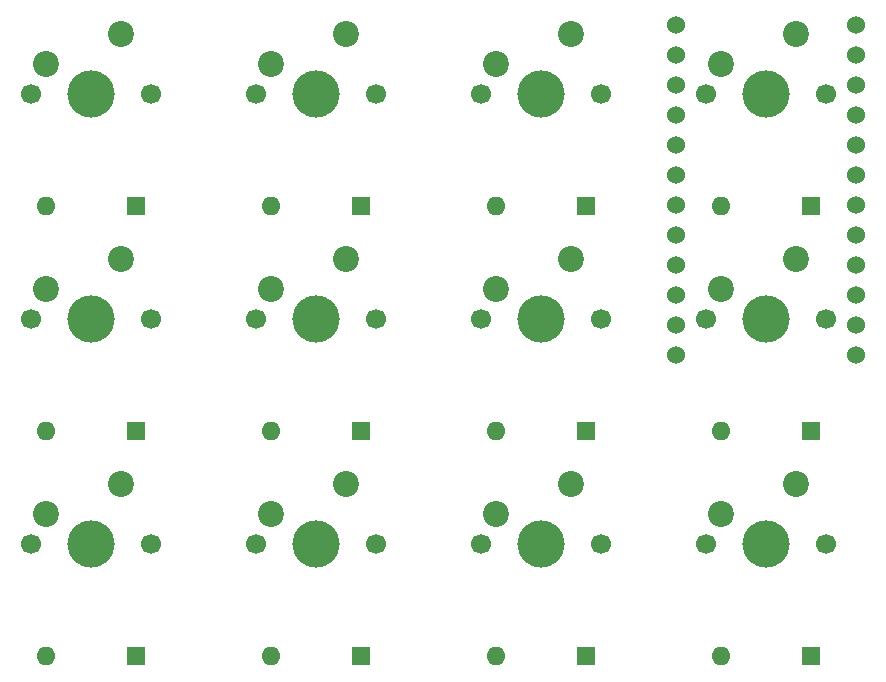
<source format=gbr>
%TF.GenerationSoftware,KiCad,Pcbnew,(5.1.10)-1*%
%TF.CreationDate,2021-11-04T23:56:30-04:00*%
%TF.ProjectId,pluto12,706c7574-6f31-4322-9e6b-696361645f70,rev?*%
%TF.SameCoordinates,Original*%
%TF.FileFunction,Soldermask,Top*%
%TF.FilePolarity,Negative*%
%FSLAX46Y46*%
G04 Gerber Fmt 4.6, Leading zero omitted, Abs format (unit mm)*
G04 Created by KiCad (PCBNEW (5.1.10)-1) date 2021-11-04 23:56:30*
%MOMM*%
%LPD*%
G01*
G04 APERTURE LIST*
%ADD10C,2.200000*%
%ADD11C,4.000000*%
%ADD12C,1.700000*%
%ADD13O,1.600000X1.600000*%
%ADD14R,1.600000X1.600000*%
%ADD15C,1.524000*%
G04 APERTURE END LIST*
D10*
%TO.C,S12*%
X179070000Y-107950000D03*
X172720000Y-110490000D03*
D11*
X176530000Y-113030000D03*
D12*
X171450000Y-113030000D03*
X181610000Y-113030000D03*
%TD*%
D10*
%TO.C,S11*%
X160020000Y-107950000D03*
X153670000Y-110490000D03*
D11*
X157480000Y-113030000D03*
D12*
X152400000Y-113030000D03*
X162560000Y-113030000D03*
%TD*%
D10*
%TO.C,S10*%
X140970000Y-107950000D03*
X134620000Y-110490000D03*
D11*
X138430000Y-113030000D03*
D12*
X133350000Y-113030000D03*
X143510000Y-113030000D03*
%TD*%
D10*
%TO.C,S9*%
X121920000Y-107950000D03*
X115570000Y-110490000D03*
D11*
X119380000Y-113030000D03*
D12*
X114300000Y-113030000D03*
X124460000Y-113030000D03*
%TD*%
D10*
%TO.C,S8*%
X179070000Y-88900000D03*
X172720000Y-91440000D03*
D11*
X176530000Y-93980000D03*
D12*
X171450000Y-93980000D03*
X181610000Y-93980000D03*
%TD*%
D10*
%TO.C,S7*%
X160020000Y-88900000D03*
X153670000Y-91440000D03*
D11*
X157480000Y-93980000D03*
D12*
X152400000Y-93980000D03*
X162560000Y-93980000D03*
%TD*%
D10*
%TO.C,S6*%
X140970000Y-88900000D03*
X134620000Y-91440000D03*
D11*
X138430000Y-93980000D03*
D12*
X133350000Y-93980000D03*
X143510000Y-93980000D03*
%TD*%
D10*
%TO.C,S5*%
X121920000Y-88900000D03*
X115570000Y-91440000D03*
D11*
X119380000Y-93980000D03*
D12*
X114300000Y-93980000D03*
X124460000Y-93980000D03*
%TD*%
D10*
%TO.C,S4*%
X179070000Y-69850000D03*
X172720000Y-72390000D03*
D11*
X176530000Y-74930000D03*
D12*
X171450000Y-74930000D03*
X181610000Y-74930000D03*
%TD*%
D10*
%TO.C,S3*%
X160020000Y-69850000D03*
X153670000Y-72390000D03*
D11*
X157480000Y-74930000D03*
D12*
X152400000Y-74930000D03*
X162560000Y-74930000D03*
%TD*%
D10*
%TO.C,S2*%
X140970000Y-69850000D03*
X134620000Y-72390000D03*
D11*
X138430000Y-74930000D03*
D12*
X133350000Y-74930000D03*
X143510000Y-74930000D03*
%TD*%
D10*
%TO.C,S1*%
X121920000Y-69850000D03*
X115570000Y-72390000D03*
D11*
X119380000Y-74930000D03*
D12*
X114300000Y-74930000D03*
X124460000Y-74930000D03*
%TD*%
D13*
%TO.C,D12*%
X172720000Y-122555000D03*
D14*
X180340000Y-122555000D03*
%TD*%
D13*
%TO.C,D11*%
X153670000Y-122555000D03*
D14*
X161290000Y-122555000D03*
%TD*%
D13*
%TO.C,D10*%
X134620000Y-122555000D03*
D14*
X142240000Y-122555000D03*
%TD*%
D13*
%TO.C,D9*%
X115570000Y-122555000D03*
D14*
X123190000Y-122555000D03*
%TD*%
D13*
%TO.C,D8*%
X172720000Y-103505000D03*
D14*
X180340000Y-103505000D03*
%TD*%
D13*
%TO.C,D7*%
X153670000Y-103505000D03*
D14*
X161290000Y-103505000D03*
%TD*%
D13*
%TO.C,D6*%
X134620000Y-103505000D03*
D14*
X142240000Y-103505000D03*
%TD*%
D13*
%TO.C,D5*%
X115570000Y-103505000D03*
D14*
X123190000Y-103505000D03*
%TD*%
D13*
%TO.C,D4*%
X172720000Y-84455000D03*
D14*
X180340000Y-84455000D03*
%TD*%
D13*
%TO.C,D3*%
X153670000Y-84455000D03*
D14*
X161290000Y-84455000D03*
%TD*%
D13*
%TO.C,D2*%
X134620000Y-84455000D03*
D14*
X142240000Y-84455000D03*
%TD*%
D13*
%TO.C,D1*%
X115570000Y-84455000D03*
D14*
X123190000Y-84455000D03*
%TD*%
D15*
%TO.C,B1*%
X168910000Y-69088000D03*
X168910000Y-71628000D03*
X168910000Y-74168000D03*
X168910000Y-76708000D03*
X168910000Y-79248000D03*
X168910000Y-81788000D03*
X168910000Y-84328000D03*
X168910000Y-86868000D03*
X168910000Y-89408000D03*
X168910000Y-91948000D03*
X168910000Y-94488000D03*
X168910000Y-97028000D03*
X184150000Y-97028000D03*
X184150000Y-94488000D03*
X184150000Y-91948000D03*
X184150000Y-89408000D03*
X184150000Y-86868000D03*
X184150000Y-84328000D03*
X184150000Y-81788000D03*
X184150000Y-79248000D03*
X184150000Y-76708000D03*
X184150000Y-74168000D03*
X184150000Y-71628000D03*
X184150000Y-69088000D03*
%TD*%
M02*

</source>
